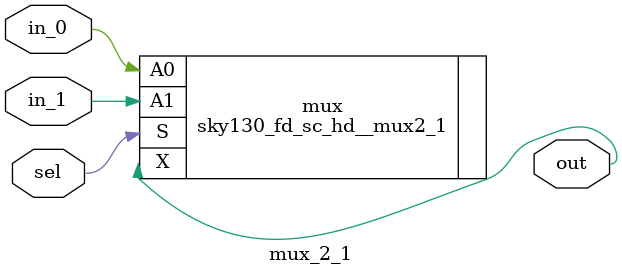
<source format=v>
module mux_2_1(
input in_0,in_1,sel,
output reg out);

`ifdef RUN_DV
	always@(*) begin
		case(sel)
			1'b0: out=in_0;
			1'b1: out=in_1;
		endcase
	end
`else
	sky130_fd_sc_hd__mux2_1 mux(
		.X(out),
		.A0(in_0),
		.A1(in_1),
		.S(sel)
	);
`endif
endmodule


</source>
